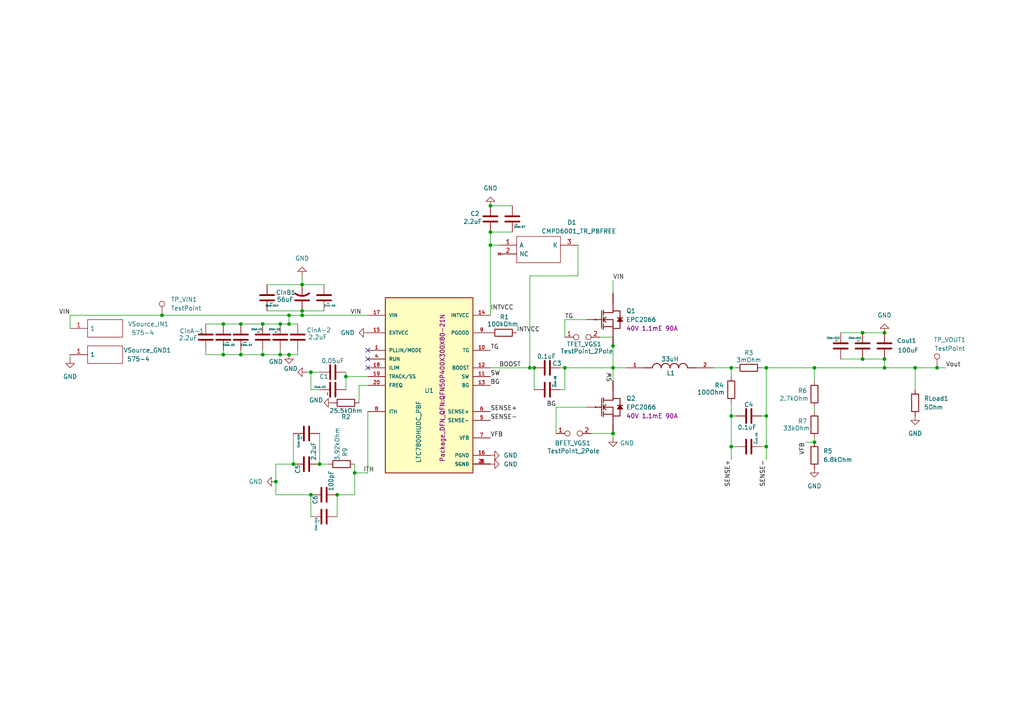
<source format=kicad_sch>
(kicad_sch (version 20250114) (generator "eeschema") (generator_version "9.0")
  (paper "A4")
  (lib_symbols
    (symbol "575-4:575-4" (pin_names (offset 0.762))
      (property "Reference" "TP" (at 16.51 7.62 0))
      (property "Value" "575-4" (at 16.51 5.08 0))
      (symbol "575-4_0_0"
        (pin passive line (at 0 0 0) (length 5.08) (name "1") (number "1"))
      )
      (symbol "575-4_0_1"
        (polyline (pts (xy 5.08 2.54) (xy 15.24 2.54) (xy 15.24 -2.54) (xy 5.08 -2.54) (xy 5.08 2.54)) (stroke (width 0.1524)))
      )
    )
    (symbol "CMPD6001_TR_PBFREE:CMPD6001_TR_PBFREE" (pin_names (offset 0.762))
      (property "Reference" "D" (at 19.05 7.62 0))
      (property "Value" "CMPD6001_TR_PBFREE" (at 19.05 5.08 0))
      (symbol "CMPD6001_TR_PBFREE_0_0"
        (pin passive line (at 0 0 0) (length 5.08) (name "A") (number "1"))
        (pin no_connect line (at 0 -2.54 0) (length 5.08) (name "NC") (number "2"))
        (pin passive line (at 22.86 0 180) (length 5.08) (name "K") (number "3"))
      )
      (symbol "CMPD6001_TR_PBFREE_0_1"
        (polyline (pts (xy 5.08 2.54) (xy 17.78 2.54) (xy 17.78 -5.08) (xy 5.08 -5.08) (xy 5.08 2.54)) (stroke (width 0.1524)))
      )
    )
    (symbol "Connector:TestPoint" (pin_numbers (hide yes)) (pin_names (offset 0.762) (hide yes))
      (property "Reference" "TP" (at 0 6.858 0))
      (property "Value" "TestPoint" (at 0 5.08 0))
      (symbol "TestPoint_0_1"
        (circle (center 0 3.302) (radius 0.762))
      )
      (symbol "TestPoint_1_1"
        (pin passive line (at 0 0 90) (length 2.54) (name "1") (number "1"))
      )
    )
    (symbol "Connector:TestPoint_2Pole" (pin_names (offset 0.762) (hide yes))
      (property "Reference" "TP" (at 0 1.524 0))
      (property "Value" "TestPoint_2Pole" (at 0 -1.778 0))
      (symbol "TestPoint_2Pole_0_1"
        (circle (center -1.778 0) (radius 0.762))
        (circle (center 1.778 0) (radius 0.762))
        (pin passive line (at -5.08 0 0) (length 2.54) (name "1") (number "1"))
        (pin passive line (at 5.08 0 180) (length 2.54) (name "2") (number "2"))
      )
    )
    (symbol "Device:C" (pin_numbers (hide yes)) (pin_names (offset 0.254))
      (property "Reference" "C" (at 0.635 2.54 0))
      (property "Value" "C" (at 0.635 -2.54 0))
      (symbol "C_0_1"
        (polyline (pts (xy -2.032 0.762) (xy 2.032 0.762)) (stroke (width 0.508)))
        (polyline (pts (xy -2.032 -0.762) (xy 2.032 -0.762)) (stroke (width 0.508)))
      )
      (symbol "C_1_1"
        (pin passive line (at 0 3.81 270) (length 2.794) (name "~") (number "1"))
        (pin passive line (at 0 -3.81 90) (length 2.794) (name "~") (number "2"))
      )
    )
    (symbol "Device:C_US" (pin_numbers (hide yes)) (pin_names (offset 0.254) (hide yes))
      (property "Reference" "C" (at 0.635 2.54 0))
      (property "Value" "C_US" (at 0.635 -2.54 0))
      (symbol "C_US_0_1"
        (polyline (pts (xy -2.032 0.762) (xy 2.032 0.762)) (stroke (width 0.508)))
        (arc (start -2.032 -1.27) (mid 0 -0.5572) (end 2.032 -1.27) (stroke (width 0.508)))
      )
      (symbol "C_US_1_1"
        (pin passive line (at 0 3.81 270) (length 2.794) (name "~") (number "1"))
        (pin passive line (at 0 -3.81 90) (length 3.302) (name "~") (number "2"))
      )
    )
    (symbol "Device:R" (pin_numbers (hide yes)) (pin_names (offset 0))
      (property "Reference" "R" (at 2.032 0 90))
      (property "Value" "R" (at 0 0 90))
      (symbol "R_0_1"
        (rectangle (start -1.016 -2.54) (end 1.016 2.54) (stroke (width 0.254)))
      )
      (symbol "R_1_1"
        (pin passive line (at 0 3.81 270) (length 1.27) (name "~") (number "1"))
        (pin passive line (at 0 -3.81 90) (length 1.27) (name "~") (number "2"))
      )
    )
    (symbol "EPC_FETs:EPC2066"
      (property "Reference" "Q" (at 3.4036 1.8796 0))
      (property "Value" "EPC2066" (at 7.1628 -0.1016 0))
      (property "Description" "40V 1.1mE 90A" (at 10.3124 -1.9812 0))
      (symbol "EPC2066_1_0"
        (polyline (pts (xy -5.08 0) (xy -3.302 0)) (stroke (width 0.254)))
        (polyline (pts (xy -3.302 2.54) (xy -3.302 -2.54)) (stroke (width 0.254)))
        (polyline (pts (xy -2.794 1.27) (xy -2.794 2.794)) (stroke (width 0.254)))
        (polyline (pts (xy -2.794 0) (xy -2.032 0.762)) (stroke (width 0.254)))
        (polyline (pts (xy -2.794 0) (xy 0 0)) (stroke (width 0.254)))
        (polyline (pts (xy -2.794 -0.762) (xy -2.794 0.762)) (stroke (width 0.254)))
        (polyline (pts (xy -2.794 -2.032) (xy 0 -2.032)) (stroke (width 0.254)))
        (polyline (pts (xy -2.794 -2.794) (xy -2.794 -1.27)) (stroke (width 0.254)))
        (polyline (pts (xy -2.032 -0.762) (xy -2.794 0)) (stroke (width 0.254)))
        (polyline (pts (xy 0 2.54) (xy 2.032 2.54)) (stroke (width 0.254)))
        (polyline (pts (xy 0 2.032) (xy -2.794 2.032)) (stroke (width 0.254)))
        (polyline (pts (xy 0 2.032) (xy 0 5.08)) (stroke (width 0.254)))
        (polyline (pts (xy 0 0) (xy 0 -5.08)) (stroke (width 0.254)))
        (polyline (pts (xy 0 -2.54) (xy 2.032 -2.54)) (stroke (width 0.254)))
        (arc (start -5.1019 -0.1467) (mid -5.1039 0.0331) (end -5.0996 0.2128) (stroke (width 0.254)))
        (polyline (pts (xy 2.032 2.54) (xy 2.032 0.508)) (stroke (width 0.254)))
        (polyline (pts (xy 2.032 0.508) (xy 1.27 -0.508) (xy 2.794 -0.508) (xy 2.032 0.508)) (stroke (width 0.254)) (fill (type outline)))
        (polyline (pts (xy 2.032 -0.508) (xy 2.032 -2.54)) (stroke (width 0.254)))
        (polyline (pts (xy 2.794 0.508) (xy 1.27 0.508)) (stroke (width 0.254)))
        (pin passive line (at -7.62 0 0) (length 2.54) (name "G") (number "1"))
        (pin open_collector line (at 0 7.62 270) (length 2.54) (name "D5") (number "11"))
        (pin open_collector line (at 0 7.62 270) (length 2.54) (name "D6") (number "12"))
        (pin open_collector line (at 0 7.62 270) (length 2.54) (name "D7") (number "15"))
        (pin open_collector line (at 0 7.62 270) (length 2.54) (name "D8") (number "16"))
        (pin open_collector line (at 0 7.62 270) (length 2.54) (name "D9") (number "19"))
        (pin open_collector line (at 0 7.62 270) (length 2.54) (name "D10") (number "20"))
        (pin open_collector line (at 0 7.62 270) (length 2.54) (name "D11") (number "23"))
        (pin open_collector line (at 0 7.62 270) (length 2.54) (name "D12") (number "24"))
        (pin open_collector line (at 0 7.62 270) (length 2.54) (name "D13") (number "27"))
        (pin open_collector line (at 0 7.62 270) (length 2.54) (name "D14") (number "28"))
        (pin open_collector line (at 0 7.62 270) (length 2.54) (name "D1") (number "3"))
        (pin open_collector line (at 0 7.62 270) (length 2.54) (name "D2") (number "4"))
        (pin open_collector line (at 0 7.62 270) (length 2.54) (name "D3") (number "7"))
        (pin open_collector line (at 0 7.62 270) (length 2.54) (name "D4") (number "8"))
        (pin open_emitter line (at 0 -7.62 90) (length 2.54) (name "S5") (number "10"))
        (pin open_emitter line (at 0 -7.62 90) (length 2.54) (name "S6") (number "13"))
        (pin open_emitter line (at 0 -7.62 90) (length 2.54) (name "S7") (number "14"))
        (pin open_emitter line (at 0 -7.62 90) (length 2.54) (name "S8") (number "17"))
        (pin open_emitter line (at 0 -7.62 90) (length 2.54) (name "S9") (number "18"))
        (pin open_emitter line (at 0 -7.62 90) (length 2.54) (name "S1") (number "2"))
        (pin open_emitter line (at 0 -7.62 90) (length 2.54) (name "S10") (number "21"))
        (pin open_emitter line (at 0 -7.62 90) (length 2.54) (name "S11") (number "22"))
        (pin open_emitter line (at 0 -7.62 90) (length 2.54) (name "S12") (number "25"))
        (pin open_emitter line (at 0 -7.62 90) (length 2.54) (name "S13") (number "26"))
        (pin open_emitter line (at 0 -7.62 90) (length 2.54) (name "S14") (number "29"))
        (pin open_emitter line (at 0 -7.62 90) (length 2.54) (name "Sub") (number "30"))
        (pin open_emitter line (at 0 -7.62 90) (length 2.54) (name "S2") (number "5"))
        (pin open_emitter line (at 0 -7.62 90) (length 2.54) (name "S3") (number "6"))
        (pin open_emitter line (at 0 -7.62 90) (length 2.54) (name "S4") (number "9"))
      )
    )
    (symbol "LTC7800HUDC_PBF:LTC7800HUDC_PBF" (pin_names (offset 1.016))
      (property "Reference" "U" (at -12.7145 26.1919 0))
      (property "Value" "LTC7800HUDC_PBF" (at -12.7165 -27.9764 0))
      (symbol "LTC7800HUDC_PBF_0_0"
        (rectangle (start -12.7 25.4) (end 12.7 -25.4) (stroke (width 0.254)) (fill (type background)))
        (pin input line (at -17.78 20.32 0) (length 5.08) (name "VIN") (number "17"))
        (pin input line (at -17.78 15.24 0) (length 5.08) (name "EXTVCC") (number "15"))
        (pin input line (at -17.78 10.16 0) (length 5.08) (name "PLLIN/MODE") (number "1"))
        (pin input line (at -17.78 7.62 0) (length 5.08) (name "RUN") (number "4"))
        (pin input line (at -17.78 5.08 0) (length 5.08) (name "ILIM") (number "18"))
        (pin input line (at -17.78 2.54 0) (length 5.08) (name "TRACK/SS") (number "19"))
        (pin input line (at -17.78 0 0) (length 5.08) (name "FREQ") (number "20"))
        (pin passive line (at -17.78 -7.62 0) (length 5.08) (name "ITH") (number "8"))
        (pin output line (at 17.78 20.32 180) (length 5.08) (name "INTVCC") (number "14"))
        (pin output line (at 17.78 15.24 180) (length 5.08) (name "PGOOD") (number "9"))
        (pin output line (at 17.78 10.16 180) (length 5.08) (name "TG") (number "10"))
        (pin passive line (at 17.78 5.08 180) (length 5.08) (name "BOOST") (number "12"))
        (pin passive line (at 17.78 2.54 180) (length 5.08) (name "SW") (number "11"))
        (pin output line (at 17.78 0 180) (length 5.08) (name "BG") (number "13"))
        (pin input line (at 17.78 -7.62 180) (length 5.08) (name "SENSE+") (number "6"))
        (pin input line (at 17.78 -10.16 180) (length 5.08) (name "SENSE-") (number "5"))
        (pin input line (at 17.78 -15.24 180) (length 5.08) (name "VFB") (number "7"))
        (pin power_in line (at 17.78 -20.32 180) (length 5.08) (name "PGND") (number "16"))
        (pin power_in line (at 17.78 -22.86 180) (length 5.08) (name "SGND") (number "2"))
        (pin power_in line (at 17.78 -22.86 180) (length 5.08) (name "SGND") (number "21"))
        (pin power_in line (at 17.78 -22.86 180) (length 5.08) (name "SGND") (number "3"))
      )
    )
    (symbol "XGL1010-333MED:XGL1010-333MED" (pin_names (offset 1.016))
      (property "Reference" "L" (at -10.16 7.62 0))
      (property "Value" "XGL1010-333MED" (at -10.16 5.08 0))
      (symbol "XGL1010-333MED_0_0"
        (polyline (pts (xy -5.08 0) (xy -7.62 0)) (stroke (width 0.254)))
        (arc (start -5.08 0) (mid -3.81 1.2645) (end -2.54 0) (stroke (width 0.254)))
        (arc (start -2.54 0) (mid -1.27 1.2645) (end 0 0) (stroke (width 0.254)))
        (arc (start 0 0) (mid 1.27 1.2645) (end 2.54 0) (stroke (width 0.254)))
        (arc (start 2.54 0) (mid 3.81 1.2645) (end 5.08 0) (stroke (width 0.254)))
        (polyline (pts (xy 5.08 0) (xy 7.62 0)) (stroke (width 0.254)))
        (pin passive line (at -12.7 0 0) (length 5.08) (name "~") (number "1"))
        (pin passive line (at 12.7 0 180) (length 5.08) (name "~") (number "2"))
      )
    )
    (symbol "power:GND" (power) (pin_numbers (hide yes)) (pin_names (offset 0) (hide yes))
      (property "Value" "GND" (at 0 -3.81 0))
      (symbol "GND_0_1"
        (polyline (pts (xy 0 0) (xy 0 -1.27) (xy 1.27 -1.27) (xy 0 -2.54) (xy -1.27 -1.27) (xy 0 -1.27)))
      )
      (symbol "GND_1_1"
        (pin power_in line (at 0 0 270) (length 0) (name "~") (number "1"))
      )
    )
  )
  (junction (at 90.17 107.95))
  (junction (at 80.01 139.7))
  (junction (at 212.09 106.68))
  (junction (at 76.2 93.98))
  (junction (at 97.79 143.51))
  (junction (at 236.22 128.27))
  (junction (at 64.77 93.98))
  (junction (at 102.87 137.16))
  (junction (at 83.82 91.44))
  (junction (at 142.24 71.12))
  (junction (at 212.09 120.65))
  (junction (at 87.63 82.55))
  (junction (at 177.8 106.68))
  (junction (at 250.19 96.52))
  (junction (at 163.83 106.68))
  (junction (at 69.85 102.87))
  (junction (at 87.63 91.44))
  (junction (at 265.43 106.68))
  (junction (at 222.25 129.54))
  (junction (at 222.25 106.68))
  (junction (at 46.99 91.44))
  (junction (at 154.94 106.68))
  (junction (at 236.22 106.68))
  (junction (at 256.54 106.68))
  (junction (at 271.78 106.68))
  (junction (at 83.82 102.87))
  (junction (at 87.63 90.17))
  (junction (at 81.28 102.87))
  (junction (at 142.24 59.69))
  (junction (at 85.09 134.62))
  (junction (at 256.54 104.14))
  (junction (at 212.09 129.54))
  (junction (at 76.2 102.87))
  (junction (at 177.8 125.73))
  (junction (at 69.85 93.98))
  (junction (at 92.71 134.62))
  (junction (at 256.54 96.52))
  (junction (at 177.8 100.33))
  (junction (at 222.25 120.65))
  (junction (at 250.19 104.14))
  (junction (at 64.77 102.87))
  (junction (at 142.24 67.31))
  (junction (at 83.82 93.98))
  (junction (at 153.67 106.68))
  (junction (at 100.33 109.22))
  (junction (at 81.28 93.98))
  (junction (at 90.17 143.51))
  (no_connect (at 106.68 106.68))
  (no_connect (at 106.68 104.14))
  (no_connect (at 106.68 101.6))
  (wire (pts (xy 20.32 91.44) (xy 46.99 91.44)))
  (wire (pts (xy 212.09 116.84) (xy 212.09 120.65)))
  (wire (pts (xy 177.8 106.68) (xy 177.8 100.33)))
  (wire (pts (xy 64.77 101.6) (xy 64.77 102.87)))
  (wire (pts (xy 20.32 91.44) (xy 20.32 95.25)))
  (wire (pts (xy 154.94 106.68) (xy 154.94 113.03)))
  (wire (pts (xy 92.71 125.73) (xy 92.71 134.62)))
  (wire (pts (xy 163.83 106.68) (xy 177.8 106.68)))
  (wire (pts (xy 167.64 71.12) (xy 167.64 80.01)))
  (wire (pts (xy 222.25 129.54) (xy 222.25 133.35)))
  (wire (pts (xy 171.45 125.73) (xy 177.8 125.73)))
  (wire (pts (xy 161.29 118.11) (xy 161.29 125.73)))
  (wire (pts (xy 153.67 80.01) (xy 153.67 106.68)))
  (wire (pts (xy 90.17 143.51) (xy 90.17 149.86)))
  (wire (pts (xy 243.84 104.14) (xy 250.19 104.14)))
  (wire (pts (xy 81.28 102.87) (xy 83.82 102.87)))
  (wire (pts (xy 81.28 93.98) (xy 83.82 93.98)))
  (wire (pts (xy 162.56 113.03) (xy 163.83 113.03)))
  (wire (pts (xy 207.01 106.68) (xy 212.09 106.68)))
  (wire (pts (xy 92.71 113.03) (xy 90.17 113.03)))
  (wire (pts (xy 87.63 90.17) (xy 87.63 91.44)))
  (wire (pts (xy 102.87 137.16) (xy 102.87 143.51)))
  (wire (pts (xy 142.24 71.12) (xy 144.78 71.12)))
  (wire (pts (xy 83.82 93.98) (xy 86.36 93.98)))
  (wire (pts (xy 100.33 109.22) (xy 106.68 109.22)))
  (wire (pts (xy 271.78 106.68) (xy 274.32 106.68)))
  (wire (pts (xy 81.28 101.6) (xy 81.28 102.87)))
  (wire (pts (xy 97.79 143.51) (xy 102.87 143.51)))
  (wire (pts (xy 69.85 102.87) (xy 76.2 102.87)))
  (wire (pts (xy 97.79 143.51) (xy 97.79 149.86)))
  (wire (pts (xy 102.87 137.16) (xy 106.68 137.16)))
  (wire (pts (xy 243.84 96.52) (xy 250.19 96.52)))
  (wire (pts (xy 87.63 90.17) (xy 93.98 90.17)))
  (wire (pts (xy 212.09 120.65) (xy 213.36 120.65)))
  (wire (pts (xy 90.17 107.95) (xy 92.71 107.95)))
  (wire (pts (xy 154.94 106.68) (xy 153.67 106.68)))
  (wire (pts (xy 76.2 101.6) (xy 76.2 102.87)))
  (wire (pts (xy 142.24 106.68) (xy 153.67 106.68)))
  (wire (pts (xy 220.98 120.65) (xy 222.25 120.65)))
  (wire (pts (xy 59.69 102.87) (xy 64.77 102.87)))
  (wire (pts (xy 77.47 82.55) (xy 87.63 82.55)))
  (wire (pts (xy 212.09 106.68) (xy 213.36 106.68)))
  (wire (pts (xy 104.14 116.84) (xy 104.14 111.76)))
  (wire (pts (xy 59.69 102.87) (xy 59.69 101.6)))
  (wire (pts (xy 100.33 107.95) (xy 100.33 109.22)))
  (wire (pts (xy 163.83 92.71) (xy 170.18 92.71)))
  (wire (pts (xy 177.8 125.73) (xy 177.8 127)))
  (wire (pts (xy 212.09 129.54) (xy 212.09 133.35)))
  (wire (pts (xy 92.71 134.62) (xy 95.25 134.62)))
  (wire (pts (xy 173.99 97.79) (xy 177.8 97.79)))
  (wire (pts (xy 106.68 137.16) (xy 106.68 119.38)))
  (wire (pts (xy 233.68 128.27) (xy 236.22 128.27)))
  (wire (pts (xy 83.82 102.87) (xy 86.36 102.87)))
  (wire (pts (xy 236.22 106.68) (xy 236.22 110.49)))
  (wire (pts (xy 212.09 129.54) (xy 213.36 129.54)))
  (wire (pts (xy 87.63 91.44) (xy 106.68 91.44)))
  (wire (pts (xy 76.2 102.87) (xy 81.28 102.87)))
  (wire (pts (xy 250.19 96.52) (xy 256.54 96.52)))
  (wire (pts (xy 93.98 82.55) (xy 87.63 82.55)))
  (wire (pts (xy 177.8 106.68) (xy 181.61 106.68)))
  (wire (pts (xy 222.25 120.65) (xy 222.25 129.54)))
  (wire (pts (xy 142.24 71.12) (xy 142.24 91.44)))
  (wire (pts (xy 222.25 106.68) (xy 236.22 106.68)))
  (wire (pts (xy 64.77 102.87) (xy 69.85 102.87)))
  (wire (pts (xy 80.01 143.51) (xy 90.17 143.51)))
  (wire (pts (xy 167.64 80.01) (xy 153.67 80.01)))
  (wire (pts (xy 212.09 120.65) (xy 212.09 129.54)))
  (wire (pts (xy 236.22 127) (xy 236.22 128.27)))
  (wire (pts (xy 88.9 107.95) (xy 90.17 107.95)))
  (wire (pts (xy 177.8 106.68) (xy 177.8 110.49)))
  (wire (pts (xy 142.24 67.31) (xy 148.59 67.31)))
  (wire (pts (xy 69.85 101.6) (xy 69.85 102.87)))
  (wire (pts (xy 250.19 104.14) (xy 256.54 104.14)))
  (wire (pts (xy 236.22 106.68) (xy 256.54 106.68)))
  (wire (pts (xy 256.54 104.14) (xy 256.54 106.68)))
  (wire (pts (xy 222.25 106.68) (xy 222.25 120.65)))
  (wire (pts (xy 86.36 102.87) (xy 86.36 101.6)))
  (wire (pts (xy 265.43 106.68) (xy 265.43 113.03)))
  (wire (pts (xy 102.87 134.62) (xy 102.87 137.16)))
  (wire (pts (xy 76.2 93.98) (xy 81.28 93.98)))
  (wire (pts (xy 142.24 59.69) (xy 148.59 59.69)))
  (wire (pts (xy 265.43 106.68) (xy 271.78 106.68)))
  (wire (pts (xy 161.29 118.11) (xy 170.18 118.11)))
  (wire (pts (xy 177.8 81.28) (xy 177.8 85.09)))
  (wire (pts (xy 80.01 134.62) (xy 85.09 134.62)))
  (wire (pts (xy 104.14 111.76) (xy 106.68 111.76)))
  (wire (pts (xy 177.8 100.33) (xy 177.8 97.79)))
  (wire (pts (xy 142.24 67.31) (xy 142.24 71.12)))
  (wire (pts (xy 163.83 97.79) (xy 163.83 92.71)))
  (wire (pts (xy 220.98 106.68) (xy 222.25 106.68)))
  (wire (pts (xy 83.82 91.44) (xy 83.82 93.98)))
  (wire (pts (xy 85.09 125.73) (xy 85.09 134.62)))
  (wire (pts (xy 256.54 106.68) (xy 265.43 106.68)))
  (wire (pts (xy 46.99 91.44) (xy 83.82 91.44)))
  (wire (pts (xy 87.63 80.01) (xy 87.63 82.55)))
  (wire (pts (xy 220.98 129.54) (xy 222.25 129.54)))
  (wire (pts (xy 90.17 113.03) (xy 90.17 107.95)))
  (wire (pts (xy 162.56 106.68) (xy 163.83 106.68)))
  (wire (pts (xy 80.01 139.7) (xy 80.01 143.51)))
  (wire (pts (xy 59.69 93.98) (xy 64.77 93.98)))
  (wire (pts (xy 100.33 109.22) (xy 100.33 113.03)))
  (wire (pts (xy 80.01 139.7) (xy 80.01 134.62)))
  (wire (pts (xy 69.85 93.98) (xy 76.2 93.98)))
  (wire (pts (xy 64.77 93.98) (xy 69.85 93.98)))
  (wire (pts (xy 83.82 91.44) (xy 87.63 91.44)))
  (wire (pts (xy 236.22 118.11) (xy 236.22 119.38)))
  (wire (pts (xy 77.47 90.17) (xy 87.63 90.17)))
  (wire (pts (xy 163.83 113.03) (xy 163.83 106.68)))
  (wire (pts (xy 212.09 106.68) (xy 212.09 109.22)))
  (wire (pts (xy 20.32 102.87) (xy 20.32 104.14)))
  (label "VIN" (at 20.32 91.44 180))
  (label "VFB" (at 233.68 128.27 270))
  (label "Vout" (at 274.32 106.68 0))
  (label "VIN" (at 101.6 91.44 0))
  (label "BG" (at 142.24 111.76 0))
  (label "ITH" (at 105.41 137.16 0))
  (label "BG" (at 161.29 118.11 180))
  (label "SENSE-" (at 222.25 133.35 270))
  (label "SW" (at 142.24 109.22 0))
  (label "TG" (at 142.24 101.6 0))
  (label "SW" (at 177.8 107.95 270))
  (label "INTVCC" (at 149.86 96.52 0))
  (label "VIN" (at 177.8 81.28 0))
  (label "TG" (at 163.83 92.71 0))
  (label "SENSE+" (at 142.24 119.38 0))
  (label "INTVCC" (at 142.24 90.17 0))
  (label "VFB" (at 142.24 127 0))
  (label "SENSE-" (at 142.24 121.92 0))
  (label "SENSE+" (at 212.09 133.35 270))
  (label "BOOST" (at 144.78 106.68 0))
  (symbol (lib_id "Device:C") (at 88.9 125.73 90) (unit 1)
    (property "Reference" "CinA-E10" (at 86.614 129.794 0) (effects (font (size 0.508 0.508)) (justify left)))
    (property "Value" "~" (at 87.376 127.508 0) (effects (justify left)))
    (property "Footprint" "Capacitor_SMD:C_0805_2012Metric_Pad1.18x1.45mm_HandSolder" (effects (hide yes)))
    (property "Description" "Unpolarized capacitor" (effects (hide yes)))
  )
  (symbol (lib_id "CMPD6001_TR_PBFREE:CMPD6001_TR_PBFREE") (at 144.78 71.12 0) (unit 1)
    (property "Reference" "D1" (at 165.862 64.516 0))
    (property "Value" "CMPD6001_TR_PBFREE" (at 167.894 67.056 0))
    (property "Footprint" "Diode_SMD:SOT95P230X109-3N" (effects (hide yes)))
    (property "Datasheet" "https://my.centralsemi.com/datasheets/CMPD6001-A-C-S_R1.PDF" (effects (hide yes)))
    (property "Description" "Diode 75 V 250mA Surface Mount SOT-23" (effects (hide yes)))
    (property "Description_1" "Diode 75 V 250mA Surface Mount SOT-23" (effects (hide yes)))
    (property "Height" "1.09" (effects (hide yes)))
    (property "Manufacturer_Name" "Central Semiconductor" (effects (hide yes)))
    (property "Manufacturer_Part_Number" "CMPD6001 TR PBFREE" (effects (hide yes)))
    (property "Mouser Part Number" "610-CMPD6001" (effects (hide yes)))
    (property "Mouser Price/Stock" "https://www.mouser.co.uk/ProductDetail/Central-Semiconductor/CMPD6001-TR-PBFREE?qs=u16ybLDytRYCeZzXsIxPrw%3D%3D" (effects (hide yes)))
    (property "Arrow Part Number" "CMPD6001 TR PBFREE" (effects (hide yes)))
    (property "Arrow Price/Stock" "https://www.arrow.com/en/products/cmpd6001trpbfree/central-semiconductor" (effects (hide yes)))
  )
  (symbol (lib_id "power:GND") (at 106.68 96.52 270) (unit 1)
    (property "Reference" "#PWR06" (effects (hide yes)))
    (property "Value" "GND" (at 102.87 96.5199 90) (effects (justify right)))
    (property "Description" "Power symbol creates a global label with name \"GND\" , ground" (effects (hide yes)))
  )
  (symbol (lib_id "Device:C") (at 96.52 113.03 90) (unit 1)
    (property "Reference" "CinA-E3" (at 94.488 112.268 90) (effects (font (size 0.508 0.508)) (justify left)))
    (property "Value" "~" (at 94.996 114.808 0) (effects (justify left)))
    (property "Footprint" "Capacitor_SMD:C_0805_2012Metric_Pad1.18x1.45mm_HandSolder" (effects (hide yes)))
    (property "Description" "Unpolarized capacitor" (effects (hide yes)))
  )
  (symbol (lib_id "Device:C") (at 76.2 97.79 0) (unit 1)
    (property "Reference" "CinA-E1" (at 72.898 95.504 0) (effects (font (size 0.508 0.508)) (justify left)))
    (property "Value" "~" (at 74.422 96.266 0) (effects (justify left)))
    (property "Footprint" "Capacitor_SMD:C_0805_2012Metric_Pad1.18x1.45mm_HandSolder" (effects (hide yes)))
    (property "Description" "Unpolarized capacitor" (effects (hide yes)))
  )
  (symbol (lib_id "Device:C") (at 64.77 97.79 180) (unit 1)
    (property "Reference" "CinA-E5" (at 68.072 100.076 0) (effects (font (size 0.508 0.508)) (justify left)))
    (property "Value" "~" (at 66.548 99.314 0) (effects (justify left)))
    (property "Footprint" "Capacitor_SMD:C_0805_2012Metric_Pad1.18x1.45mm_HandSolder" (effects (hide yes)))
    (property "Description" "Unpolarized capacitor" (effects (hide yes)))
  )
  (symbol (lib_id "Device:R") (at 212.09 113.03 0) (unit 1)
    (property "Reference" "R4" (at 207.264 111.76 0) (effects (justify left)))
    (property "Value" "100Ohm" (at 202.184 113.792 0) (effects (justify left)))
    (property "Footprint" "Resistor_SMD:R_0201_0603Metric_Pad0.64x0.40mm_HandSolder" (effects (hide yes)))
    (property "Description" "Resistor" (effects (hide yes)))
  )
  (symbol (lib_id "power:GND") (at 83.82 102.87 0) (unit 1)
    (property "Reference" "#PWR07" (effects (hide yes)))
    (property "Value" "GND" (at 80.01 104.902 0))
    (property "Description" "Power symbol creates a global label with name \"GND\" , ground" (effects (hide yes)))
  )
  (symbol (lib_id "Device:R") (at 217.17 106.68 90) (unit 1)
    (property "Reference" "R3" (at 217.17 102.362 90))
    (property "Value" "3mOhm" (at 217.17 104.394 90))
    (property "Footprint" "Resistor_SMD:R_0201_0603Metric_Pad0.64x0.40mm_HandSolder" (effects (hide yes)))
    (property "Description" "Resistor" (effects (hide yes)))
  )
  (symbol (lib_id "Device:R") (at 236.22 114.3 0) (unit 1)
    (property "Reference" "R6" (at 231.394 113.284 0) (effects (justify left)))
    (property "Value" "2.7kOhm" (at 226.06 115.57 0) (effects (justify left)))
    (property "Footprint" "Resistor_SMD:R_0201_0603Metric_Pad0.64x0.40mm_HandSolder" (effects (hide yes)))
    (property "Description" "Resistor" (effects (hide yes)))
  )
  (symbol (lib_id "power:GND") (at 236.22 135.89 0) (unit 1)
    (property "Reference" "#PWR012" (effects (hide yes)))
    (property "Value" "GND" (at 236.22 140.97 0))
    (property "Description" "Power symbol creates a global label with name \"GND\" , ground" (effects (hide yes)))
  )
  (symbol (lib_id "EPC_FETs:EPC2066") (at 177.8 92.71 0) (unit 1)
    (property "Reference" "Q1" (at 181.61 90.1699 0) (effects (justify left)))
    (property "Value" "EPC2066" (at 181.61 92.7099 0) (effects (justify left)))
    (property "Footprint" "Transistor_Power:D0650" (effects (hide yes)))
    (property "Description" "40V 1.1mE 90A" (at 181.61 95.2499 0) (effects (justify left)))
  )
  (symbol (lib_id "Device:C") (at 158.75 106.68 90) (unit 1)
    (property "Reference" "C3" (at 161.544 105.41 90))
    (property "Value" "0.1uF" (at 158.496 103.378 90))
    (property "Footprint" "Capacitor_SMD:C_0805_2012Metric_Pad1.18x1.45mm_HandSolder" (effects (hide yes)))
    (property "Description" "Unpolarized capacitor" (effects (hide yes)))
  )
  (symbol (lib_id "power:GND") (at 87.63 80.01 180) (unit 1)
    (property "Reference" "#PWR09" (effects (hide yes)))
    (property "Value" "GND" (at 87.63 74.93 0))
    (property "Description" "Power symbol creates a global label with name \"GND\" , ground" (effects (hide yes)))
  )
  (symbol (lib_id "Device:C") (at 256.54 100.33 180) (unit 1)
    (property "Reference" "Cout1" (at 260.096 98.806 0) (effects (justify right)))
    (property "Value" "100uF" (at 260.35 101.5999 0) (effects (justify right)))
    (property "Footprint" "Capacitor_SMD:C_0805_2012Metric_Pad1.18x1.45mm_HandSolder" (effects (hide yes)))
    (property "Description" "Unpolarized capacitor" (effects (hide yes)))
  )
  (symbol (lib_id "Device:C") (at 148.59 63.5 180) (unit 1)
    (property "Reference" "CinA-E7" (at 152.4 65.786 0) (effects (font (size 0.508 0.508)) (justify left)))
    (property "Value" "~" (at 150.368 65.024 0) (effects (justify left)))
    (property "Footprint" "Capacitor_SMD:C_0805_2012Metric_Pad1.18x1.45mm_HandSolder" (effects (hide yes)))
    (property "Description" "Unpolarized capacitor" (effects (hide yes)))
  )
  (symbol (lib_id "Device:R") (at 236.22 123.19 0) (unit 1)
    (property "Reference" "R7" (at 231.394 122.174 0) (effects (justify left)))
    (property "Value" "33kOhm" (at 227.076 124.206 0) (effects (justify left)))
    (property "Footprint" "Resistor_SMD:R_0201_0603Metric_Pad0.64x0.40mm_HandSolder" (effects (hide yes)))
    (property "Description" "Resistor" (effects (hide yes)))
  )
  (symbol (lib_id "Connector:TestPoint_2Pole") (at 166.37 125.73 0) (unit 1)
    (property "Reference" "BFET_VGS1" (at 166.116 128.524 0))
    (property "Value" "TestPoint_2Pole" (at 166.37 130.81 0))
    (property "Footprint" "TestPoint:TestPoint_Bridge_Pitch2.54mm_Drill1.0mm" (effects (hide yes)))
    (property "Description" "2-polar test point" (effects (hide yes)))
  )
  (symbol (lib_id "Connector:TestPoint_2Pole") (at 168.91 97.79 0) (unit 1)
    (property "Reference" "TFET_VGS1" (at 169.418 99.822 0))
    (property "Value" "TestPoint_2Pole" (at 170.18 101.854 0))
    (property "Footprint" "TestPoint:TestPoint_Bridge_Pitch2.54mm_Drill1.0mm" (effects (hide yes)))
    (property "Description" "2-polar test point" (effects (hide yes)))
  )
  (symbol (lib_id "Device:C") (at 96.52 107.95 90) (unit 1)
    (property "Reference" "C1" (at 93.98 109.22 90))
    (property "Value" "0.05uF" (at 96.52 104.648 90))
    (property "Footprint" "Capacitor_SMD:C_0805_2012Metric_Pad1.18x1.45mm_HandSolder" (effects (hide yes)))
    (property "Description" "Unpolarized capacitor" (effects (hide yes)))
  )
  (symbol (lib_id "Device:C") (at 217.17 129.54 270) (unit 1)
    (property "Reference" "CinA-E9" (at 219.456 125.476 0) (effects (font (size 0.508 0.508)) (justify left)))
    (property "Value" "~" (at 218.694 127.762 0) (effects (justify left)))
    (property "Footprint" "Capacitor_SMD:C_0805_2012Metric_Pad1.18x1.45mm_HandSolder" (effects (hide yes)))
    (property "Description" "Unpolarized capacitor" (effects (hide yes)))
  )
  (symbol (lib_id "Device:C") (at 59.69 97.79 0) (unit 1)
    (property "Reference" "CinA-1" (at 52.07 96.012 0) (effects (justify left)))
    (property "Value" "2.2uF" (at 51.816 98.044 0) (effects (justify left)))
    (property "Footprint" "Capacitor_SMD:C_0805_2012Metric_Pad1.18x1.45mm_HandSolder" (effects (hide yes)))
    (property "Description" "Unpolarized capacitor" (effects (hide yes)))
  )
  (symbol (lib_id "Device:C") (at 93.98 143.51 90) (unit 1)
    (property "Reference" "C6" (at 91.44 146.304 0) (effects (justify left)))
    (property "Value" "100pF" (at 96.012 142.494 0) (effects (justify left)))
    (property "Footprint" "Capacitor_SMD:C_0805_2012Metric_Pad1.18x1.45mm_HandSolder" (effects (hide yes)))
    (property "Description" "Unpolarized capacitor" (effects (hide yes)))
  )
  (symbol (lib_id "Device:R") (at 236.22 132.08 0) (unit 1)
    (property "Reference" "R5" (at 238.76 130.8099 0) (effects (justify left)))
    (property "Value" "6.8kOhm" (at 238.76 133.3499 0) (effects (justify left)))
    (property "Footprint" "Resistor_SMD:R_0201_0603Metric_Pad0.64x0.40mm_HandSolder" (effects (hide yes)))
    (property "Description" "Resistor" (effects (hide yes)))
  )
  (symbol (lib_id "Device:C_US") (at 87.63 86.36 180) (unit 1)
    (property "Reference" "CinB1" (at 80.01 84.836 0) (effects (justify right)))
    (property "Value" "56uF" (at 80.264 86.868 0) (effects (justify right)))
    (property "Footprint" "Capacitor_SMD:C_0805_2012Metric_Pad1.18x1.45mm_HandSolder" (effects (hide yes)))
    (property "Description" "capacitor, US symbol" (effects (hide yes)))
  )
  (symbol (lib_id "Device:R") (at 265.43 116.84 0) (unit 1)
    (property "Reference" "RLoad1" (at 267.97 115.5699 0) (effects (justify left)))
    (property "Value" "5Ohm" (at 267.97 118.1099 0) (effects (justify left)))
    (property "Footprint" "Resistor_SMD:R_0201_0603Metric_Pad0.64x0.40mm_HandSolder" (effects (hide yes)))
    (property "Description" "Resistor" (effects (hide yes)))
  )
  (symbol (lib_id "LTC7800HUDC_PBF:LTC7800HUDC_PBF") (at 124.46 111.76 0) (unit 1)
    (property "Reference" "U1" (at 124.46 113.284 0))
    (property "Value" "LTC7800HUDC_PBF" (at 121.412 125.222 90))
    (property "Footprint" "Package_DFN_QFN:QFN50P400X300X80-21N" (at 129.032 112.522 90) (effects (justify bottom)))
    (property "MF" "Analog Devices" (effects (hide yes)))
    (property "Description_1" "The LTC7800 is a high performance step-down switching regulator DC/DC controller that drives an all N-channel synchronous power MOSFET stage. A constant frequency current mode architecture allows a phase-lockable frequency of up to 2.25MHz. The 50μA no-load quiescent current extends operating run time in battery-powered systems. OPTI-LOOP® compensation allows the transient response to be optimized over a wide range of output capacitance and ESR values. The LTC7800 features a precision 0.8V reference and power good output indicator. A wide 4V to 60V input supply range encompasses a wide range of intermediate bus voltages and battery chemistries. The output voltage of the LTC7800 can be programmed between 0.8V to 24V. The TRACK/SS pin ramps the output voltages during start-up. Current foldback limits MOSFET heat dissipation during short-circuit conditions. The PLLIN/MODE pin selects among Burst Mode operation, pulse-skipping mode, or continuous conduction mode at light loads. Applications Automotive Always-On Systems Battery Powered Digital Devices Distributed DC Power Systems" (effects (hide yes)))
    (property "Package" "WFQFN-20 Analog Devices" (effects (hide yes)))
    (property "Price" "None" (effects (hide yes)))
    (property "Check_prices" "https://www.snapeda.com/parts/LTC7800HUDC%23PBF/Analog+Devices/view-part/?ref=eda" (effects (hide yes)))
    (property "STANDARD" "IPC-7351B" (effects (hide yes)))
    (property "SnapEDA_Link" "https://www.snapeda.com/parts/LTC7800HUDC%23PBF/Analog+Devices/view-part/?ref=snap" (effects (hide yes)))
    (property "MP" "LTC7800HUDC#PBF" (effects (hide yes)))
    (property "Availability" "In Stock" (effects (hide yes)))
    (property "MANUFACTURER" "Analog Devices" (effects (hide yes)))
  )
  (symbol (lib_id "power:GND") (at 88.9 107.95 270) (unit 1)
    (property "Reference" "#PWR05" (effects (hide yes)))
    (property "Value" "GND" (at 86.36 106.934 90) (effects (justify right)))
    (property "Description" "Power symbol creates a global label with name \"GND\" , ground" (effects (hide yes)))
  )
  (symbol (lib_id "Device:C") (at 243.84 100.33 0) (unit 1)
    (property "Reference" "CinA-E12" (at 239.776 98.044 0) (effects (font (size 0.508 0.508)) (justify left)))
    (property "Value" "~" (at 242.062 98.806 0) (effects (justify left)))
    (property "Footprint" "Capacitor_SMD:C_0805_2012Metric_Pad1.18x1.45mm_HandSolder" (effects (hide yes)))
    (property "Description" "Unpolarized capacitor" (effects (hide yes)))
  )
  (symbol (lib_id "power:GND") (at 142.24 134.62 90) (unit 1)
    (property "Reference" "#PWR01" (effects (hide yes)))
    (property "Value" "GND" (at 146.05 134.6199 90) (effects (justify right)))
    (property "Description" "Power symbol creates a global label with name \"GND\" , ground" (effects (hide yes)))
  )
  (symbol (lib_id "power:GND") (at 96.52 116.84 270) (unit 1)
    (property "Reference" "#PWR04" (effects (hide yes)))
    (property "Value" "GND" (at 93.726 116.078 90) (effects (justify right)))
    (property "Description" "Power symbol creates a global label with name \"GND\" , ground" (effects (hide yes)))
  )
  (symbol (lib_id "power:GND") (at 80.01 139.7 270) (unit 1)
    (property "Reference" "#PWR014" (effects (hide yes)))
    (property "Value" "GND" (at 76.2 139.6999 90) (effects (justify right)))
    (property "Description" "Power symbol creates a global label with name \"GND\" , ground" (effects (hide yes)))
  )
  (symbol (lib_id "XGL1010-333MED:XGL1010-333MED") (at 194.31 106.68 0) (unit 1)
    (property "Reference" "L1" (at 194.564 108.204 0))
    (property "Value" "33uH" (at 194.31 104.14 0))
    (property "Footprint" "Inductor_SMD:IND_XGL1010-333MED" (effects (hide yes)))
    (property "MF" "Coilcraft" (effects (hide yes)))
    (property "MAXIMUM_PACKAGE_HEIGHT" "10.0mm" (effects (hide yes)))
    (property "Package" "None" (effects (hide yes)))
    (property "Price" "None" (effects (hide yes)))
    (property "Check_prices" "https://www.snapeda.com/parts/XGL1010-333MED/Coilcraft/view-part/?ref=eda" (effects (hide yes)))
    (property "STANDARD" "Manufacturer Recommendations" (effects (hide yes)))
    (property "PARTREV" "08/24/22" (effects (hide yes)))
    (property "SnapEDA_Link" "https://www.snapeda.com/parts/XGL1010-333MED/Coilcraft/view-part/?ref=snap" (effects (hide yes)))
    (property "MP" "XGL1010-333MED" (effects (hide yes)))
    (property "Description_1" "33 µH Shielded Molded Inductor 8.5 A 33.5mOhm Max Nonstandard" (effects (hide yes)))
    (property "MANUFACTURER" "Coilcraft" (effects (hide yes)))
    (property "Availability" "In Stock" (effects (hide yes)))
    (property "SNAPEDA_PN" "XGL1010-332MED" (effects (hide yes)))
  )
  (symbol (lib_id "Device:C") (at 142.24 63.5 0) (unit 1)
    (property "Reference" "C2" (at 136.398 61.976 0) (effects (justify left)))
    (property "Value" "2.2uF" (at 134.366 64.262 0) (effects (justify left)))
    (property "Footprint" "Capacitor_SMD:C_0805_2012Metric_Pad1.18x1.45mm_HandSolder" (effects (hide yes)))
    (property "Description" "Unpolarized capacitor" (effects (hide yes)))
  )
  (symbol (lib_id "Device:C") (at 69.85 97.79 180) (unit 1)
    (property "Reference" "CinA-E4" (at 73.152 100.076 0) (effects (font (size 0.508 0.508)) (justify left)))
    (property "Value" "~" (at 71.628 99.314 0) (effects (justify left)))
    (property "Footprint" "Capacitor_SMD:C_0805_2012Metric_Pad1.18x1.45mm_HandSolder" (effects (hide yes)))
    (property "Description" "Unpolarized capacitor" (effects (hide yes)))
  )
  (symbol (lib_id "power:GND") (at 177.8 127 0) (unit 1)
    (property "Reference" "#PWR011" (effects (hide yes)))
    (property "Value" "GND" (at 181.864 128.524 0))
    (property "Description" "Power symbol creates a global label with name \"GND\" , ground" (effects (hide yes)))
  )
  (symbol (lib_id "power:GND") (at 142.24 59.69 180) (unit 1)
    (property "Reference" "#PWR010" (effects (hide yes)))
    (property "Value" "GND" (at 142.24 54.61 0))
    (property "Description" "Power symbol creates a global label with name \"GND\" , ground" (effects (hide yes)))
  )
  (symbol (lib_id "Device:C") (at 93.98 149.86 90) (unit 1)
    (property "Reference" "CinA-E13" (at 91.694 153.924 0) (effects (font (size 0.508 0.508)) (justify left)))
    (property "Value" "~" (at 92.456 151.638 0) (effects (justify left)))
    (property "Footprint" "Capacitor_SMD:C_0805_2012Metric_Pad1.18x1.45mm_HandSolder" (effects (hide yes)))
    (property "Description" "Unpolarized capacitor" (effects (hide yes)))
  )
  (symbol (lib_id "EPC_FETs:EPC2066") (at 177.8 118.11 0) (unit 1)
    (property "Reference" "Q2" (at 181.61 115.5699 0) (effects (justify left)))
    (property "Value" "EPC2066" (at 181.61 118.1099 0) (effects (justify left)))
    (property "Footprint" "Transistor_Power:D0650" (effects (hide yes)))
    (property "Description" "40V 1.1mE 90A" (at 181.61 120.6499 0) (effects (justify left)))
  )
  (symbol (lib_id "Device:C") (at 93.98 86.36 180) (unit 1)
    (property "Reference" "CinA-E6" (at 97.282 88.646 0) (effects (font (size 0.508 0.508)) (justify left)))
    (property "Value" "~" (at 95.758 87.884 0) (effects (justify left)))
    (property "Footprint" "Capacitor_SMD:C_0805_2012Metric_Pad1.18x1.45mm_HandSolder" (effects (hide yes)))
    (property "Description" "Unpolarized capacitor" (effects (hide yes)))
  )
  (symbol (lib_id "Device:C") (at 88.9 134.62 90) (unit 1)
    (property "Reference" "C5" (at 86.36 137.414 0) (effects (justify left)))
    (property "Value" "2.2uF" (at 90.932 133.604 0) (effects (justify left)))
    (property "Footprint" "Capacitor_SMD:C_0805_2012Metric_Pad1.18x1.45mm_HandSolder" (effects (hide yes)))
    (property "Description" "Unpolarized capacitor" (effects (hide yes)))
  )
  (symbol (lib_id "power:GND") (at 142.24 132.08 90) (unit 1)
    (property "Reference" "#PWR02" (effects (hide yes)))
    (property "Value" "GND" (at 146.05 132.0799 90) (effects (justify right)))
    (property "Description" "Power symbol creates a global label with name \"GND\" , ground" (effects (hide yes)))
  )
  (symbol (lib_id "Device:R") (at 146.05 96.52 90) (unit 1)
    (property "Reference" "R1" (at 146.304 91.948 90))
    (property "Value" "100kOhm" (at 145.796 93.98 90))
    (property "Footprint" "Resistor_SMD:R_0201_0603Metric_Pad0.64x0.40mm_HandSolder" (effects (hide yes)))
    (property "Description" "Resistor" (effects (hide yes)))
  )
  (symbol (lib_id "Device:C") (at 86.36 97.79 0) (unit 1)
    (property "Reference" "CinA-2" (at 88.9 95.758 0) (effects (justify left)))
    (property "Value" "2.2uF" (at 89.408 97.79 0) (effects (justify left)))
    (property "Footprint" "Capacitor_SMD:C_0805_2012Metric_Pad1.18x1.45mm_HandSolder" (effects (hide yes)))
    (property "Description" "Unpolarized capacitor" (effects (hide yes)))
  )
  (symbol (lib_id "Device:R") (at 99.06 134.62 270) (unit 1)
    (property "Reference" "R9" (at 100.076 129.794 0) (effects (justify left)))
    (property "Value" "3.92kOhm" (at 97.79 123.952 0) (effects (justify left)))
    (property "Footprint" "Resistor_SMD:R_0201_0603Metric_Pad0.64x0.40mm_HandSolder" (effects (hide yes)))
    (property "Description" "Resistor" (effects (hide yes)))
  )
  (symbol (lib_id "Device:C") (at 158.75 113.03 270) (unit 1)
    (property "Reference" "CinA-E8" (at 161.036 108.966 0) (effects (font (size 0.508 0.508)) (justify left)))
    (property "Value" "~" (at 160.274 111.252 0) (effects (justify left)))
    (property "Footprint" "Capacitor_SMD:C_0805_2012Metric_Pad1.18x1.45mm_HandSolder" (effects (hide yes)))
    (property "Description" "Unpolarized capacitor" (effects (hide yes)))
  )
  (symbol (lib_id "Device:C") (at 77.47 86.36 180) (unit 1)
    (property "Reference" "CinA-E14" (at 80.772 88.646 0) (effects (font (size 0.508 0.508)) (justify left)))
    (property "Value" "~" (at 79.248 87.884 0) (effects (justify left)))
    (property "Footprint" "Capacitor_SMD:C_0805_2012Metric_Pad1.18x1.45mm_HandSolder" (effects (hide yes)))
    (property "Description" "Unpolarized capacitor" (effects (hide yes)))
  )
  (symbol (lib_id "Connector:TestPoint") (at 271.78 106.68 0) (unit 1)
    (property "Reference" "TP_VOUT1" (at 270.764 98.552 0) (effects (justify left)))
    (property "Value" "TestPoint" (at 271.018 101.092 0) (effects (justify left)))
    (property "Footprint" "TestPoint:TestPoint_Loop_D2.60mm_Drill1.6mm_Beaded" (effects (hide yes)))
    (property "Description" "test point" (effects (hide yes)))
  )
  (symbol (lib_id "575-4:575-4") (at 20.32 102.87 0) (unit 1)
    (property "Reference" "VSource_GND1" (at 35.814 101.6 0) (effects (justify left)))
    (property "Value" "575-4" (at 36.83 104.1399 0) (effects (justify left)))
    (property "Footprint" "Battery:5754" (effects (hide yes)))
    (property "Datasheet" "https://www.keyelco.com/product.cfm/product_id/2379" (effects (hide yes)))
    (property "Description" "Test Plugs & Test Jacks NON-INSUL JACK .218\" BRASS NICKEL PLTD" (effects (hide yes)))
    (property "Description_1" "Test Plugs & Test Jacks NON-INSUL JACK .218\" BRASS NICKEL PLTD" (effects (hide yes)))
    (property "Height" "2.49" (effects (hide yes)))
    (property "Manufacturer_Name" "Keystone Electronics" (effects (hide yes)))
    (property "Manufacturer_Part_Number" "575-4" (effects (hide yes)))
    (property "Mouser Part Number" "534-575-4" (effects (hide yes)))
    (property "Mouser Price/Stock" "https://www.mouser.co.uk/ProductDetail/Keystone-Electronics/575-4?qs=w4ABFRoM%2FL8pPaUzIDyX8Q%3D%3D" (effects (hide yes)))
  )
  (symbol (lib_id "575-4:575-4") (at 20.32 95.25 0) (unit 1)
    (property "Reference" "VSource_IN1" (at 37.084 93.98 0) (effects (justify left)))
    (property "Value" "575-4" (at 38.1 96.5199 0) (effects (justify left)))
    (property "Footprint" "Battery:5754" (effects (hide yes)))
    (property "Datasheet" "https://www.keyelco.com/product.cfm/product_id/2379" (effects (hide yes)))
    (property "Description" "Test Plugs & Test Jacks NON-INSUL JACK .218\" BRASS NICKEL PLTD" (effects (hide yes)))
    (property "Description_1" "Test Plugs & Test Jacks NON-INSUL JACK .218\" BRASS NICKEL PLTD" (effects (hide yes)))
    (property "Height" "2.49" (effects (hide yes)))
    (property "Manufacturer_Name" "Keystone Electronics" (effects (hide yes)))
    (property "Manufacturer_Part_Number" "575-4" (effects (hide yes)))
    (property "Mouser Part Number" "534-575-4" (effects (hide yes)))
    (property "Mouser Price/Stock" "https://www.mouser.co.uk/ProductDetail/Keystone-Electronics/575-4?qs=w4ABFRoM%2FL8pPaUzIDyX8Q%3D%3D" (effects (hide yes)))
  )
  (symbol (lib_id "Device:R") (at 100.33 116.84 90) (unit 1)
    (property "Reference" "R2" (at 100.33 120.904 90))
    (property "Value" "25.5kOhm" (at 100.33 119.126 90))
    (property "Footprint" "Resistor_SMD:R_0201_0603Metric_Pad0.64x0.40mm_HandSolder" (effects (hide yes)))
    (property "Description" "Resistor" (effects (hide yes)))
  )
  (symbol (lib_id "Device:C") (at 81.28 97.79 0) (unit 1)
    (property "Reference" "CinA-E2" (at 77.978 95.504 0) (effects (font (size 0.508 0.508)) (justify left)))
    (property "Value" "~" (at 79.502 96.266 0) (effects (justify left)))
    (property "Footprint" "Capacitor_SMD:C_0805_2012Metric_Pad1.18x1.45mm_HandSolder" (effects (hide yes)))
    (property "Description" "Unpolarized capacitor" (effects (hide yes)))
  )
  (symbol (lib_id "Device:C") (at 250.19 100.33 0) (unit 1)
    (property "Reference" "CinA-E11" (at 246.126 98.044 0) (effects (font (size 0.508 0.508)) (justify left)))
    (property "Value" "~" (at 248.412 98.806 0) (effects (justify left)))
    (property "Footprint" "Capacitor_SMD:C_0805_2012Metric_Pad1.18x1.45mm_HandSolder" (effects (hide yes)))
    (property "Description" "Unpolarized capacitor" (effects (hide yes)))
  )
  (symbol (lib_id "power:GND") (at 20.32 104.14 0) (unit 1)
    (property "Reference" "#PWR08" (effects (hide yes)))
    (property "Value" "GND" (at 20.32 109.22 0))
    (property "Description" "Power symbol creates a global label with name \"GND\" , ground" (effects (hide yes)))
  )
  (symbol (lib_id "power:GND") (at 256.54 96.52 180) (unit 1)
    (property "Reference" "#PWR013" (effects (hide yes)))
    (property "Value" "GND" (at 256.54 91.44 0))
    (property "Description" "Power symbol creates a global label with name \"GND\" , ground" (effects (hide yes)))
  )
  (symbol (lib_id "power:GND") (at 265.43 120.65 0) (unit 1)
    (property "Reference" "#PWR03" (effects (hide yes)))
    (property "Value" "GND" (at 265.43 125.73 0))
    (property "Description" "Power symbol creates a global label with name \"GND\" , ground" (effects (hide yes)))
  )
  (symbol (lib_id "Connector:TestPoint") (at 46.99 91.44 0) (unit 1)
    (property "Reference" "TP_VIN1" (at 49.53 86.8679 0) (effects (justify left)))
    (property "Value" "TestPoint" (at 49.53 89.4079 0) (effects (justify left)))
    (property "Footprint" "TestPoint:TestPoint_Loop_D2.60mm_Drill1.6mm_Beaded" (effects (hide yes)))
    (property "Description" "test point" (effects (hide yes)))
  )
  (symbol (lib_id "Device:C") (at 217.17 120.65 90) (unit 1)
    (property "Reference" "C4" (at 217.17 117.348 90))
    (property "Value" "0.1uF" (at 216.662 123.952 90))
    (property "Footprint" "Capacitor_SMD:C_0805_2012Metric_Pad1.18x1.45mm_HandSolder" (effects (hide yes)))
    (property "Description" "Unpolarized capacitor" (effects (hide yes)))
  )
)
</source>
